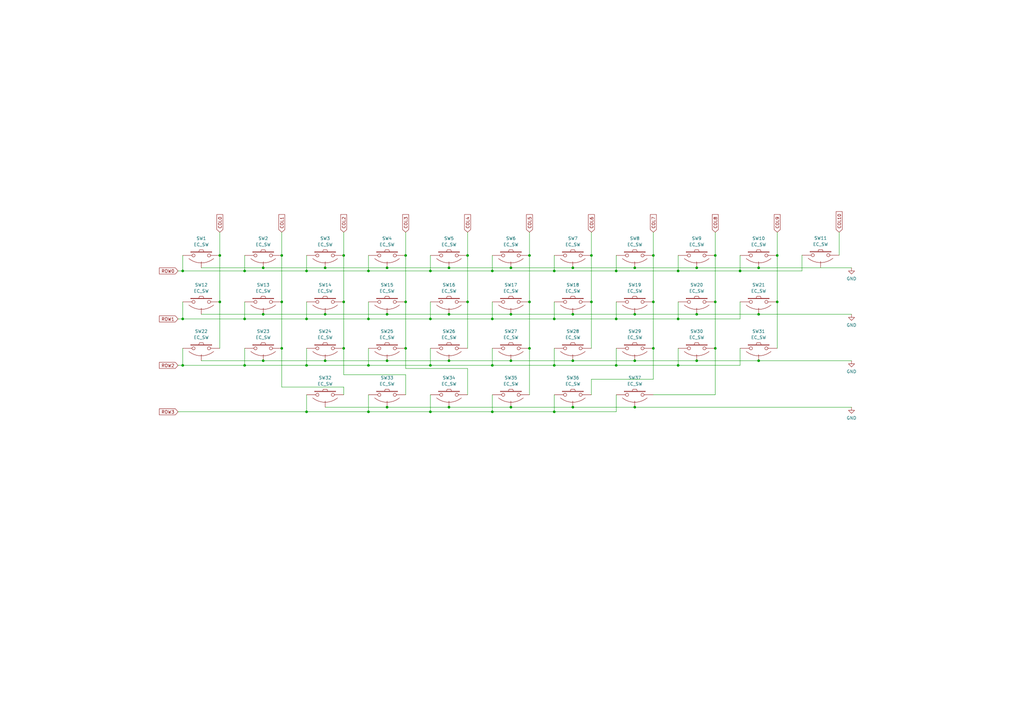
<source format=kicad_sch>
(kicad_sch (version 20230121) (generator eeschema)
  (paper "A3")
  (lib_symbols
    (symbol "cipulot_parts:EC_SW" (pin_numbers hide) (pin_names (offset 1.016) hide)
      (property "Reference" "SW" (at 3.81 2.794 0))
      (property "Value" "EC_SW" (at -3.81 3.81 0))
      (symbol "EC_SW_0_1"
        (arc (start -5.08 -1.27) (mid 0 -3.052) (end 5.08 -1.27))
        (rectangle (start -4.318 1.27) (end 4.318 1.524))
        (polyline (pts (xy -1.016 1.524) (xy -0.762 2.286) (xy 0.762 2.286) (xy 1.016 1.524)))
        (pin passive inverted (at -7.62 0 0) (length 5.08) (name "1") (number "1"))
        (pin passive inverted (at 7.62 0 180) (length 5.08) (name "2") (number "2"))
      )
      (symbol "EC_SW_1_1"
        (pin input line (at 0 -5.08 90) (length 2.54) (name "SG") (number "3"))
      )
    )
    (symbol "power:GND" (power) (pin_names (offset 0))
      (property "Value" "GND" (at 0 -3.81 0))
      (symbol "GND_0_1"
        (polyline (pts (xy 0 0) (xy 0 -1.27) (xy 1.27 -1.27) (xy 0 -2.54) (xy -1.27 -1.27) (xy 0 -1.27)))
      )
      (symbol "GND_1_1"
        (pin power_in line (at 0 0 270) (length 0) hide (name "GND") (number "1"))
      )
    )
  )
  (junction (at 166.37 123.825))
  (junction (at 151.13 111.125))
  (junction (at 125.73 130.81))
  (junction (at 252.73 111.125))
  (junction (at 125.73 111.125))
  (junction (at 140.97 123.825))
  (junction (at 260.35 128.905))
  (junction (at 311.15 109.855))
  (junction (at 209.55 147.955))
  (junction (at 267.97 123.825))
  (junction (at 90.17 104.775))
  (junction (at 158.75 167.005))
  (junction (at 234.95 147.955))
  (junction (at 107.95 109.855))
  (junction (at 100.33 149.86))
  (junction (at 107.95 128.905))
  (junction (at 227.33 111.125))
  (junction (at 176.53 130.81))
  (junction (at 227.33 130.81))
  (junction (at 151.13 130.81))
  (junction (at 293.37 123.825))
  (junction (at 125.73 149.86))
  (junction (at 115.57 123.825))
  (junction (at 184.15 167.005))
  (junction (at 201.93 168.91))
  (junction (at 100.33 111.125))
  (junction (at 176.53 111.125))
  (junction (at 311.15 128.905))
  (junction (at 115.57 104.775))
  (junction (at 166.37 142.875))
  (junction (at 209.55 128.905))
  (junction (at 133.35 109.855))
  (junction (at 227.33 149.86))
  (junction (at 184.15 147.955))
  (junction (at 201.93 130.81))
  (junction (at 74.93 149.86))
  (junction (at 209.55 109.855))
  (junction (at 74.93 111.125))
  (junction (at 191.77 104.775))
  (junction (at 158.75 109.855))
  (junction (at 140.97 142.875))
  (junction (at 242.57 123.825))
  (junction (at 252.73 149.86))
  (junction (at 311.15 147.955))
  (junction (at 278.13 149.86))
  (junction (at 260.35 147.955))
  (junction (at 100.33 130.81))
  (junction (at 166.37 104.775))
  (junction (at 278.13 111.125))
  (junction (at 318.77 104.775))
  (junction (at 293.37 142.875))
  (junction (at 234.95 128.905))
  (junction (at 201.93 149.86))
  (junction (at 285.75 109.855))
  (junction (at 234.95 109.855))
  (junction (at 74.93 130.81))
  (junction (at 107.95 147.955))
  (junction (at 227.33 168.91))
  (junction (at 125.73 168.91))
  (junction (at 191.77 123.825))
  (junction (at 285.75 147.955))
  (junction (at 217.17 142.875))
  (junction (at 209.55 167.005))
  (junction (at 303.53 111.125))
  (junction (at 133.35 147.955))
  (junction (at 151.13 149.86))
  (junction (at 184.15 109.855))
  (junction (at 260.35 167.005))
  (junction (at 217.17 123.825))
  (junction (at 140.97 104.775))
  (junction (at 267.97 142.875))
  (junction (at 242.57 104.775))
  (junction (at 176.53 168.91))
  (junction (at 176.53 149.86))
  (junction (at 285.75 128.905))
  (junction (at 318.77 123.825))
  (junction (at 201.93 111.125))
  (junction (at 267.97 104.775))
  (junction (at 133.35 128.905))
  (junction (at 151.13 168.91))
  (junction (at 293.37 104.775))
  (junction (at 234.95 167.005))
  (junction (at 184.15 128.905))
  (junction (at 252.73 130.81))
  (junction (at 278.13 130.81))
  (junction (at 158.75 147.955))
  (junction (at 217.17 104.775))
  (junction (at 115.57 142.875))
  (junction (at 158.75 128.905))
  (junction (at 260.35 109.855))
  (junction (at 90.17 123.825))
  (wire (pts (xy 267.97 142.875) (xy 267.97 155.575)))
  (wire (pts (xy 176.53 123.825) (xy 176.53 130.81)))
  (wire (pts (xy 285.75 147.955) (xy 311.15 147.955)))
  (wire (pts (xy 285.75 109.855) (xy 311.15 109.855)))
  (wire (pts (xy 151.13 149.86) (xy 125.73 149.86)))
  (wire (pts (xy 166.37 95.25) (xy 166.37 104.775)))
  (wire (pts (xy 115.57 142.875) (xy 115.57 158.75)))
  (wire (pts (xy 100.33 142.875) (xy 100.33 149.86)))
  (wire (pts (xy 158.75 109.855) (xy 184.15 109.855)))
  (wire (pts (xy 303.53 149.86) (xy 278.13 149.86)))
  (wire (pts (xy 293.37 142.875) (xy 293.37 161.925)))
  (wire (pts (xy 227.33 123.825) (xy 227.33 130.81)))
  (wire (pts (xy 100.33 111.125) (xy 125.73 111.125)))
  (wire (pts (xy 227.33 161.925) (xy 227.33 168.91)))
  (wire (pts (xy 318.77 142.875) (xy 318.77 123.825)))
  (wire (pts (xy 252.73 168.91) (xy 227.33 168.91)))
  (wire (pts (xy 100.33 123.825) (xy 100.33 130.81)))
  (wire (pts (xy 184.15 109.855) (xy 209.55 109.855)))
  (wire (pts (xy 267.97 104.775) (xy 267.97 95.25)))
  (wire (pts (xy 217.17 142.875) (xy 217.17 123.825)))
  (wire (pts (xy 201.93 104.775) (xy 201.93 111.125)))
  (wire (pts (xy 209.55 109.855) (xy 234.95 109.855)))
  (wire (pts (xy 74.93 130.81) (xy 100.33 130.81)))
  (wire (pts (xy 344.17 95.25) (xy 344.17 104.648)))
  (wire (pts (xy 107.95 109.855) (xy 133.35 109.855)))
  (wire (pts (xy 285.75 128.905) (xy 260.35 128.905)))
  (wire (pts (xy 125.73 130.81) (xy 151.13 130.81)))
  (wire (pts (xy 201.93 168.91) (xy 176.53 168.91)))
  (wire (pts (xy 125.73 149.86) (xy 100.33 149.86)))
  (wire (pts (xy 184.15 128.905) (xy 158.75 128.905)))
  (wire (pts (xy 293.37 104.775) (xy 293.37 123.825)))
  (wire (pts (xy 125.73 104.775) (xy 125.73 111.125)))
  (wire (pts (xy 73.025 130.81) (xy 74.93 130.81)))
  (wire (pts (xy 311.15 109.855) (xy 349.25 109.855)))
  (wire (pts (xy 278.13 149.86) (xy 252.73 149.86)))
  (wire (pts (xy 191.77 95.25) (xy 191.77 104.775)))
  (wire (pts (xy 115.57 104.775) (xy 115.57 123.825)))
  (wire (pts (xy 234.95 109.855) (xy 260.35 109.855)))
  (wire (pts (xy 217.17 161.925) (xy 217.17 142.875)))
  (wire (pts (xy 293.37 123.825) (xy 293.37 142.875)))
  (wire (pts (xy 217.17 123.825) (xy 217.17 104.775)))
  (wire (pts (xy 252.73 149.86) (xy 227.33 149.86)))
  (wire (pts (xy 318.77 104.775) (xy 318.77 95.25)))
  (wire (pts (xy 133.35 167.005) (xy 158.75 167.005)))
  (wire (pts (xy 125.73 111.125) (xy 151.13 111.125)))
  (wire (pts (xy 278.13 111.125) (xy 303.53 111.125)))
  (wire (pts (xy 90.17 104.775) (xy 90.17 123.825)))
  (wire (pts (xy 209.55 167.005) (xy 234.95 167.005)))
  (wire (pts (xy 260.35 109.855) (xy 285.75 109.855)))
  (wire (pts (xy 227.33 149.86) (xy 201.93 149.86)))
  (wire (pts (xy 133.35 128.905) (xy 107.95 128.905)))
  (wire (pts (xy 176.53 104.775) (xy 176.53 111.125)))
  (wire (pts (xy 252.73 123.825) (xy 252.73 130.81)))
  (wire (pts (xy 176.53 161.925) (xy 176.53 168.91)))
  (wire (pts (xy 303.53 111.125) (xy 328.93 111.125)))
  (wire (pts (xy 234.95 128.905) (xy 209.55 128.905)))
  (wire (pts (xy 209.55 128.905) (xy 184.15 128.905)))
  (wire (pts (xy 125.73 123.825) (xy 125.73 130.81)))
  (wire (pts (xy 278.13 130.81) (xy 303.53 130.81)))
  (wire (pts (xy 227.33 111.125) (xy 252.73 111.125)))
  (wire (pts (xy 227.33 168.91) (xy 201.93 168.91)))
  (wire (pts (xy 303.53 104.775) (xy 303.53 111.125)))
  (wire (pts (xy 176.53 111.125) (xy 201.93 111.125)))
  (wire (pts (xy 151.13 168.91) (xy 125.73 168.91)))
  (wire (pts (xy 234.95 167.005) (xy 260.35 167.005)))
  (wire (pts (xy 234.95 147.955) (xy 260.35 147.955)))
  (wire (pts (xy 82.55 147.955) (xy 107.95 147.955)))
  (wire (pts (xy 115.57 123.825) (xy 115.57 142.875)))
  (wire (pts (xy 151.13 161.925) (xy 151.13 168.91)))
  (wire (pts (xy 227.33 142.875) (xy 227.33 149.86)))
  (wire (pts (xy 133.35 147.955) (xy 158.75 147.955)))
  (wire (pts (xy 184.15 167.005) (xy 209.55 167.005)))
  (wire (pts (xy 278.13 104.775) (xy 278.13 111.125)))
  (wire (pts (xy 293.37 95.25) (xy 293.37 104.775)))
  (wire (pts (xy 140.97 123.825) (xy 140.97 142.875)))
  (wire (pts (xy 100.33 149.86) (xy 74.93 149.86)))
  (wire (pts (xy 311.15 147.955) (xy 349.25 147.955)))
  (wire (pts (xy 260.35 147.955) (xy 285.75 147.955)))
  (wire (pts (xy 74.93 111.125) (xy 100.33 111.125)))
  (wire (pts (xy 349.25 128.905) (xy 311.15 128.905)))
  (wire (pts (xy 242.57 155.575) (xy 242.57 161.925)))
  (wire (pts (xy 176.53 149.86) (xy 151.13 149.86)))
  (wire (pts (xy 115.57 158.75) (xy 140.97 158.75)))
  (wire (pts (xy 140.97 153.67) (xy 166.37 153.67)))
  (wire (pts (xy 252.73 161.925) (xy 252.73 168.91)))
  (wire (pts (xy 191.77 151.13) (xy 191.77 161.925)))
  (wire (pts (xy 227.33 130.81) (xy 252.73 130.81)))
  (wire (pts (xy 74.93 149.86) (xy 73.025 149.86)))
  (wire (pts (xy 252.73 111.125) (xy 278.13 111.125)))
  (wire (pts (xy 176.53 142.875) (xy 176.53 149.86)))
  (wire (pts (xy 166.37 153.67) (xy 166.37 161.925)))
  (wire (pts (xy 242.57 123.825) (xy 242.57 142.875)))
  (wire (pts (xy 158.75 128.905) (xy 133.35 128.905)))
  (wire (pts (xy 140.97 158.75) (xy 140.97 161.925)))
  (wire (pts (xy 74.93 123.825) (xy 74.93 130.81)))
  (wire (pts (xy 90.17 95.25) (xy 90.17 104.775)))
  (wire (pts (xy 107.95 147.955) (xy 133.35 147.955)))
  (wire (pts (xy 176.53 168.91) (xy 151.13 168.91)))
  (wire (pts (xy 252.73 130.81) (xy 278.13 130.81)))
  (wire (pts (xy 140.97 142.875) (xy 140.97 153.67)))
  (wire (pts (xy 166.37 142.875) (xy 166.37 151.13)))
  (wire (pts (xy 74.93 142.875) (xy 74.93 149.86)))
  (wire (pts (xy 140.97 104.775) (xy 140.97 123.825)))
  (wire (pts (xy 227.33 104.775) (xy 227.33 111.125)))
  (wire (pts (xy 318.77 123.825) (xy 318.77 104.775)))
  (wire (pts (xy 166.37 151.13) (xy 191.77 151.13)))
  (wire (pts (xy 125.73 142.875) (xy 125.73 149.86)))
  (wire (pts (xy 151.13 142.875) (xy 151.13 149.86)))
  (wire (pts (xy 184.15 147.955) (xy 209.55 147.955)))
  (wire (pts (xy 107.95 128.905) (xy 82.55 128.905)))
  (wire (pts (xy 278.13 123.825) (xy 278.13 130.81)))
  (wire (pts (xy 158.75 147.955) (xy 184.15 147.955)))
  (wire (pts (xy 90.17 123.825) (xy 90.17 142.875)))
  (wire (pts (xy 166.37 123.825) (xy 166.37 142.875)))
  (wire (pts (xy 133.35 109.855) (xy 158.75 109.855)))
  (wire (pts (xy 100.33 130.81) (xy 125.73 130.81)))
  (wire (pts (xy 242.57 104.775) (xy 242.57 123.825)))
  (wire (pts (xy 267.97 155.575) (xy 242.57 155.575)))
  (wire (pts (xy 140.97 95.25) (xy 140.97 104.775)))
  (wire (pts (xy 201.93 142.875) (xy 201.93 149.86)))
  (wire (pts (xy 209.55 147.955) (xy 234.95 147.955)))
  (wire (pts (xy 125.73 168.91) (xy 73.025 168.91)))
  (wire (pts (xy 252.73 142.875) (xy 252.73 149.86)))
  (wire (pts (xy 242.57 95.25) (xy 242.57 104.775)))
  (wire (pts (xy 73.025 111.125) (xy 74.93 111.125)))
  (wire (pts (xy 151.13 111.125) (xy 176.53 111.125)))
  (wire (pts (xy 260.35 167.005) (xy 349.25 167.005)))
  (wire (pts (xy 201.93 111.125) (xy 227.33 111.125)))
  (wire (pts (xy 217.17 104.775) (xy 217.17 95.25)))
  (wire (pts (xy 260.35 128.905) (xy 234.95 128.905)))
  (wire (pts (xy 252.73 104.775) (xy 252.73 111.125)))
  (wire (pts (xy 278.13 142.875) (xy 278.13 149.86)))
  (wire (pts (xy 267.97 142.875) (xy 267.97 123.825)))
  (wire (pts (xy 191.77 104.775) (xy 191.77 123.825)))
  (wire (pts (xy 176.53 130.81) (xy 201.93 130.81)))
  (wire (pts (xy 201.93 149.86) (xy 176.53 149.86)))
  (wire (pts (xy 267.97 123.825) (xy 267.97 104.775)))
  (wire (pts (xy 125.73 161.925) (xy 125.73 168.91)))
  (wire (pts (xy 74.93 104.775) (xy 74.93 111.125)))
  (wire (pts (xy 311.15 128.905) (xy 285.75 128.905)))
  (wire (pts (xy 166.37 104.775) (xy 166.37 123.825)))
  (wire (pts (xy 293.37 161.925) (xy 267.97 161.925)))
  (wire (pts (xy 151.13 123.825) (xy 151.13 130.81)))
  (wire (pts (xy 191.77 123.825) (xy 191.77 142.875)))
  (wire (pts (xy 82.55 109.855) (xy 107.95 109.855)))
  (wire (pts (xy 158.75 167.005) (xy 184.15 167.005)))
  (wire (pts (xy 328.93 104.648) (xy 328.93 111.125)))
  (wire (pts (xy 151.13 130.81) (xy 176.53 130.81)))
  (wire (pts (xy 151.13 104.775) (xy 151.13 111.125)))
  (wire (pts (xy 100.33 104.775) (xy 100.33 111.125)))
  (wire (pts (xy 303.53 130.81) (xy 303.53 123.825)))
  (wire (pts (xy 201.93 123.825) (xy 201.93 130.81)))
  (wire (pts (xy 201.93 130.81) (xy 227.33 130.81)))
  (wire (pts (xy 201.93 161.925) (xy 201.93 168.91)))
  (wire (pts (xy 115.57 95.25) (xy 115.57 104.775)))
  (wire (pts (xy 303.53 142.875) (xy 303.53 149.86)))
  (global_label "ROW3" (shape input) (at 73.025 168.91 180) (property "Intersheetrefs" "${INTERSHEET_REFS}" (effects hide)))
  (global_label "COL0" (shape input) (at 90.17 95.25 90) (property "Intersheetrefs" "${INTERSHEET_REFS}" (effects hide)))
  (global_label "COL2" (shape input) (at 140.97 95.25 90) (property "Intersheetrefs" "${INTERSHEET_REFS}" (effects hide)))
  (global_label "COL6" (shape input) (at 242.57 95.25 90) (property "Intersheetrefs" "${INTERSHEET_REFS}" (effects hide)))
  (global_label "COL10" (shape input) (at 344.17 95.25 90) (property "Intersheetrefs" "${INTERSHEET_REFS}" (effects hide)))
  (global_label "ROW1" (shape input) (at 73.025 130.81 180) (property "Intersheetrefs" "${INTERSHEET_REFS}" (effects hide)))
  (global_label "COL9" (shape input) (at 318.77 95.25 90) (property "Intersheetrefs" "${INTERSHEET_REFS}" (effects hide)))
  (global_label "COL1" (shape input) (at 115.57 95.25 90) (property "Intersheetrefs" "${INTERSHEET_REFS}" (effects hide)))
  (global_label "COL8" (shape input) (at 293.37 95.25 90) (property "Intersheetrefs" "${INTERSHEET_REFS}" (effects hide)))
  (global_label "COL7" (shape input) (at 267.97 95.25 90) (property "Intersheetrefs" "${INTERSHEET_REFS}" (effects hide)))
  (global_label "COL3" (shape input) (at 166.37 95.25 90) (property "Intersheetrefs" "${INTERSHEET_REFS}" (effects hide)))
  (global_label "COL4" (shape input) (at 191.77 95.25 90) (property "Intersheetrefs" "${INTERSHEET_REFS}" (effects hide)))
  (global_label "ROW0" (shape input) (at 73.025 111.125 180) (property "Intersheetrefs" "${INTERSHEET_REFS}" (effects hide)))
  (global_label "COL5" (shape input) (at 217.17 95.25 90) (property "Intersheetrefs" "${INTERSHEET_REFS}" (effects hide)))
  (global_label "ROW2" (shape input) (at 73.025 149.86 180) (property "Intersheetrefs" "${INTERSHEET_REFS}" (effects hide)))
  (symbol (lib_id "cipulot_parts:EC_SW") (at 209.55 123.825 0) (unit 1)
    (property "Reference" "SW17" (at 209.55 116.84 0))
    (property "Value" "EC_SW" (at 209.55 119.38 0))
    (property "Footprint" "cipulot_parts:ecs_pad_1U_no_ring" (effects hide))
  )
  (symbol (lib_id "cipulot_parts:EC_SW") (at 285.75 142.875 0) (unit 1)
    (property "Reference" "SW30" (at 285.75 135.89 0))
    (property "Value" "EC_SW" (at 285.75 138.43 0))
    (property "Footprint" "cipulot_parts:ecs_pad_1U_no_ring" (effects hide))
  )
  (symbol (lib_id "cipulot_parts:EC_SW") (at 209.55 142.875 0) (unit 1)
    (property "Reference" "SW27" (at 209.55 135.89 0))
    (property "Value" "EC_SW" (at 209.55 138.43 0))
    (property "Footprint" "cipulot_parts:ecs_pad_1U_no_ring" (effects hide))
  )
  (symbol (lib_id "power:GND") (at 349.25 147.955 0) (unit 1)
    (property "Reference" "#PWR0129" (effects hide))
    (property "Value" "GND" (at 349.25 152.4 0))
  )
  (symbol (lib_id "cipulot_parts:EC_SW") (at 133.35 123.825 0) (unit 1)
    (property "Reference" "SW14" (at 133.35 116.84 0))
    (property "Value" "EC_SW" (at 133.35 119.38 0))
    (property "Footprint" "cipulot_parts:ecs_pad_1U_no_ring" (effects hide))
  )
  (symbol (lib_id "cipulot_parts:EC_SW") (at 158.75 123.825 0) (unit 1)
    (property "Reference" "SW15" (at 158.75 116.84 0))
    (property "Value" "EC_SW" (at 158.75 119.38 0))
    (property "Footprint" "cipulot_parts:ecs_pad_1U_no_ring" (effects hide))
  )
  (symbol (lib_id "cipulot_parts:EC_SW") (at 158.75 104.775 0) (unit 1)
    (property "Reference" "SW4" (at 158.75 97.79 0))
    (property "Value" "EC_SW" (at 158.75 100.33 0))
    (property "Footprint" "cipulot_parts:ecs_pad_1U_no_ring" (effects hide))
  )
  (symbol (lib_id "cipulot_parts:EC_SW") (at 209.55 161.925 0) (unit 1)
    (property "Reference" "SW35" (at 209.55 154.94 0))
    (property "Value" "EC_SW" (at 209.55 157.48 0))
    (property "Footprint" "cipulot_parts:ecs_pad_1U_no_ring" (effects hide))
  )
  (symbol (lib_id "cipulot_parts:EC_SW") (at 158.75 142.875 0) (unit 1)
    (property "Reference" "SW25" (at 158.75 135.89 0))
    (property "Value" "EC_SW" (at 158.75 138.43 0))
    (property "Footprint" "cipulot_parts:ecs_pad_1U_no_ring" (effects hide))
  )
  (symbol (lib_id "cipulot_parts:EC_SW") (at 311.15 142.875 0) (unit 1)
    (property "Reference" "SW31" (at 311.15 135.89 0))
    (property "Value" "EC_SW" (at 311.15 138.43 0))
    (property "Footprint" "cipulot_parts:ecs_pad_1U_no_ring" (effects hide))
  )
  (symbol (lib_id "power:GND") (at 349.25 128.905 0) (unit 1)
    (property "Reference" "#PWR0130" (effects hide))
    (property "Value" "GND" (at 349.25 133.35 0))
  )
  (symbol (lib_id "cipulot_parts:EC_SW") (at 285.75 123.825 0) (unit 1)
    (property "Reference" "SW20" (at 285.75 116.84 0))
    (property "Value" "EC_SW" (at 285.75 119.38 0))
    (property "Footprint" "cipulot_parts:ecs_pad_1U_no_ring" (effects hide))
  )
  (symbol (lib_id "cipulot_parts:EC_SW") (at 82.55 104.775 0) (unit 1)
    (property "Reference" "SW1" (at 82.55 97.79 0))
    (property "Value" "EC_SW" (at 82.55 100.33 0))
    (property "Footprint" "cipulot_parts:ecs_pad_1U_no_ring" (effects hide))
  )
  (symbol (lib_id "cipulot_parts:EC_SW") (at 234.95 104.775 0) (unit 1)
    (property "Reference" "SW7" (at 234.95 97.79 0))
    (property "Value" "EC_SW" (at 234.95 100.33 0))
    (property "Footprint" "cipulot_parts:ecs_pad_1U_no_ring" (effects hide))
  )
  (symbol (lib_id "cipulot_parts:EC_SW") (at 133.35 142.875 0) (unit 1)
    (property "Reference" "SW24" (at 133.35 135.89 0))
    (property "Value" "EC_SW" (at 133.35 138.43 0))
    (property "Footprint" "cipulot_parts:ecs_pad_1U_no_ring" (effects hide))
  )
  (symbol (lib_id "cipulot_parts:EC_SW") (at 107.95 142.875 0) (unit 1)
    (property "Reference" "SW23" (at 107.95 135.89 0))
    (property "Value" "EC_SW" (at 107.95 138.43 0))
    (property "Footprint" "cipulot_parts:ecs_pad_1U_no_ring" (effects hide))
  )
  (symbol (lib_id "cipulot_parts:EC_SW") (at 133.35 161.925 0) (unit 1)
    (property "Reference" "SW32" (at 133.35 154.94 0))
    (property "Value" "EC_SW" (at 133.35 157.48 0))
    (property "Footprint" "cipulot_parts:ecs_pad_1U_no_ring" (effects hide))
  )
  (symbol (lib_id "cipulot_parts:EC_SW") (at 336.55 104.648 0) (unit 1)
    (property "Reference" "SW11" (at 336.55 97.663 0))
    (property "Value" "EC_SW" (at 336.55 100.203 0))
    (property "Footprint" "cipulot_parts:ecs_pad_1U_no_ring" (effects hide))
  )
  (symbol (lib_id "cipulot_parts:EC_SW") (at 234.95 142.875 0) (unit 1)
    (property "Reference" "SW28" (at 234.95 135.89 0))
    (property "Value" "EC_SW" (at 234.95 138.43 0))
    (property "Footprint" "cipulot_parts:ecs_pad_1U_no_ring" (effects hide))
  )
  (symbol (lib_id "cipulot_parts:EC_SW") (at 107.95 104.775 0) (unit 1)
    (property "Reference" "SW2" (at 107.95 97.79 0))
    (property "Value" "EC_SW" (at 107.95 100.33 0))
    (property "Footprint" "cipulot_parts:ecs_pad_1U_no_ring" (effects hide))
  )
  (symbol (lib_id "cipulot_parts:EC_SW") (at 184.15 123.825 0) (unit 1)
    (property "Reference" "SW16" (at 184.15 116.84 0))
    (property "Value" "EC_SW" (at 184.15 119.38 0))
    (property "Footprint" "cipulot_parts:ecs_pad_1U_no_ring" (effects hide))
  )
  (symbol (lib_id "cipulot_parts:EC_SW") (at 311.15 123.825 0) (unit 1)
    (property "Reference" "SW21" (at 311.15 116.84 0))
    (property "Value" "EC_SW" (at 311.15 119.38 0))
    (property "Footprint" "cipulot_parts:ecs_pad_1U_no_ring" (effects hide))
  )
  (symbol (lib_id "cipulot_parts:EC_SW") (at 311.15 104.775 0) (unit 1)
    (property "Reference" "SW10" (at 311.15 97.79 0))
    (property "Value" "EC_SW" (at 311.15 100.33 0))
    (property "Footprint" "cipulot_parts:ecs_pad_1U_no_ring" (effects hide))
  )
  (symbol (lib_id "cipulot_parts:EC_SW") (at 184.15 104.775 0) (unit 1)
    (property "Reference" "SW5" (at 184.15 97.79 0))
    (property "Value" "EC_SW" (at 184.15 100.33 0))
    (property "Footprint" "cipulot_parts:ecs_pad_1U_no_ring" (effects hide))
  )
  (symbol (lib_id "cipulot_parts:EC_SW") (at 260.35 123.825 0) (unit 1)
    (property "Reference" "SW19" (at 260.35 116.84 0))
    (property "Value" "EC_SW" (at 260.35 119.38 0))
    (property "Footprint" "cipulot_parts:ecs_pad_1U_no_ring" (effects hide))
  )
  (symbol (lib_id "cipulot_parts:EC_SW") (at 184.15 161.925 0) (unit 1)
    (property "Reference" "SW34" (at 184.15 154.94 0))
    (property "Value" "EC_SW" (at 184.15 157.48 0))
    (property "Footprint" "cipulot_parts:ecs_pad_1U_no_ring" (effects hide))
  )
  (symbol (lib_id "cipulot_parts:EC_SW") (at 260.35 104.775 0) (unit 1)
    (property "Reference" "SW8" (at 260.35 97.79 0))
    (property "Value" "EC_SW" (at 260.35 100.33 0))
    (property "Footprint" "cipulot_parts:ecs_pad_1U_no_ring" (effects hide))
  )
  (symbol (lib_id "cipulot_parts:EC_SW") (at 184.15 142.875 0) (unit 1)
    (property "Reference" "SW26" (at 184.15 135.89 0))
    (property "Value" "EC_SW" (at 184.15 138.43 0))
    (property "Footprint" "cipulot_parts:ecs_pad_1U_no_ring" (effects hide))
  )
  (symbol (lib_id "cipulot_parts:EC_SW") (at 107.95 123.825 0) (unit 1)
    (property "Reference" "SW13" (at 107.95 116.84 0))
    (property "Value" "EC_SW" (at 107.95 119.38 0))
    (property "Footprint" "cipulot_parts:ecs_pad_1U_no_ring" (effects hide))
  )
  (symbol (lib_id "cipulot_parts:EC_SW") (at 209.55 104.775 0) (unit 1)
    (property "Reference" "SW6" (at 209.55 97.79 0))
    (property "Value" "EC_SW" (at 209.55 100.33 0))
    (property "Footprint" "cipulot_parts:ecs_pad_1U_no_ring" (effects hide))
  )
  (symbol (lib_id "cipulot_parts:EC_SW") (at 133.35 104.775 0) (unit 1)
    (property "Reference" "SW3" (at 133.35 97.79 0))
    (property "Value" "EC_SW" (at 133.35 100.33 0))
    (property "Footprint" "cipulot_parts:ecs_pad_1U_no_ring" (effects hide))
  )
  (symbol (lib_id "power:GND") (at 349.25 167.005 0) (unit 1)
    (property "Reference" "#PWR0128" (effects hide))
    (property "Value" "GND" (at 349.25 171.45 0))
  )
  (symbol (lib_id "power:GND") (at 349.25 109.855 0) (unit 1)
    (property "Reference" "#PWR0131" (effects hide))
    (property "Value" "GND" (at 349.25 114.3 0))
  )
  (symbol (lib_id "cipulot_parts:EC_SW") (at 234.95 161.925 0) (unit 1)
    (property "Reference" "SW36" (at 234.95 154.94 0))
    (property "Value" "EC_SW" (at 234.95 157.48 0))
    (property "Footprint" "cipulot_parts:ecs_pad_1U_no_ring" (effects hide))
  )
  (symbol (lib_id "cipulot_parts:EC_SW") (at 234.95 123.825 0) (unit 1)
    (property "Reference" "SW18" (at 234.95 116.84 0))
    (property "Value" "EC_SW" (at 234.95 119.38 0))
    (property "Footprint" "cipulot_parts:ecs_pad_1U_no_ring" (effects hide))
  )
  (symbol (lib_id "cipulot_parts:EC_SW") (at 285.75 104.775 0) (unit 1)
    (property "Reference" "SW9" (at 285.75 97.79 0))
    (property "Value" "EC_SW" (at 285.75 100.33 0))
    (property "Footprint" "cipulot_parts:ecs_pad_1U_no_ring" (effects hide))
  )
  (symbol (lib_id "cipulot_parts:EC_SW") (at 82.55 142.875 0) (unit 1)
    (property "Reference" "SW22" (at 82.55 135.89 0))
    (property "Value" "EC_SW" (at 82.55 138.43 0))
    (property "Footprint" "cipulot_parts:ecs_pad_1U_no_ring" (effects hide))
  )
  (symbol (lib_id "cipulot_parts:EC_SW") (at 260.35 142.875 0) (unit 1)
    (property "Reference" "SW29" (at 260.35 135.89 0))
    (property "Value" "EC_SW" (at 260.35 138.43 0))
    (property "Footprint" "cipulot_parts:ecs_pad_1U_no_ring" (effects hide))
  )
  (symbol (lib_id "cipulot_parts:EC_SW") (at 158.75 161.925 0) (unit 1)
    (property "Reference" "SW33" (at 158.75 154.94 0))
    (property "Value" "EC_SW" (at 158.75 157.48 0))
    (property "Footprint" "cipulot_parts:ecs_pad_1U_no_ring" (effects hide))
  )
  (symbol (lib_id "cipulot_parts:EC_SW") (at 82.55 123.825 0) (unit 1)
    (property "Reference" "SW12" (at 82.55 116.84 0))
    (property "Value" "EC_SW" (at 82.55 119.38 0))
    (property "Footprint" "cipulot_parts:ecs_pad_1U_no_ring" (effects hide))
  )
  (symbol (lib_id "cipulot_parts:EC_SW") (at 260.35 161.925 0) (unit 1)
    (property "Reference" "SW37" (at 260.35 154.94 0))
    (property "Value" "EC_SW" (at 260.35 157.48 0))
    (property "Footprint" "cipulot_parts:ecs_pad_1U_no_ring" (effects hide))
  )
)
</source>
